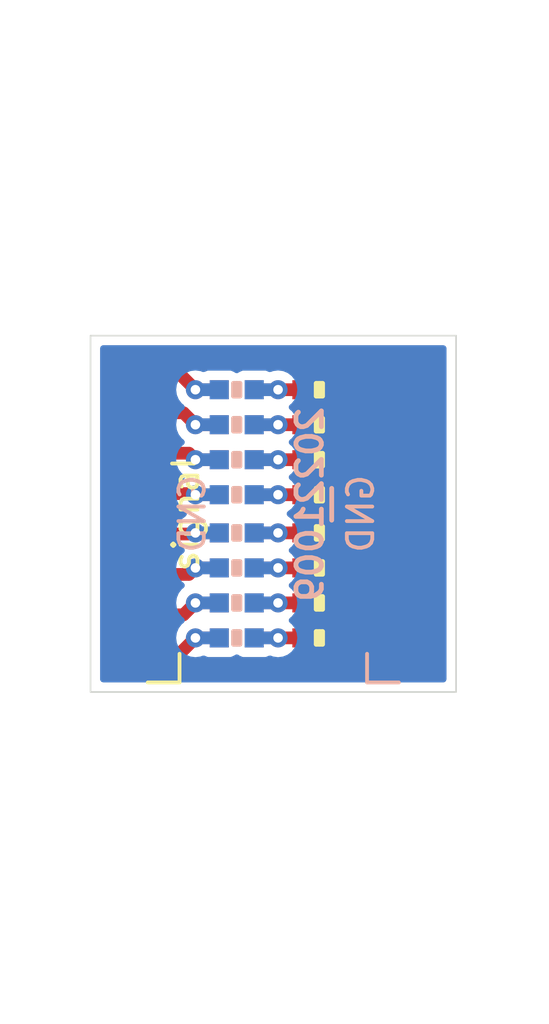
<source format=kicad_pcb>
(kicad_pcb (version 20211014) (generator pcbnew)
  (layers (0 "F.Cu" signal) (31 "B.Cu" signal) (34 "B.Paste" user) (35 "F.Paste" user) (36 "B.SilkS" user "B.Silkscreen") (37 "F.SilkS" user "F.Silkscreen") (38 "B.Mask" user) (39 "F.Mask" user) (44 "Edge.Cuts" user))
  (net 0 "")
  (net 1 "Net-(C1-Pad1)")
  (net 2 "Net-(C2-Pad2)")
  (net 3 "Net-(C3-Pad2)")
  (net 4 "Net-(C4-Pad2)")
  (net 5 "/GND")
  (net 6 "Net-(C4-Pad1)")
  (net 7 "Net-(J1-Pad2)")
  (net 8 "Net-(J1-Pad4)")
  (net 9 "Net-(J1-Pad6)")
  (net 10 "Net-(J1-Pad8)")
  (net 11 "Net-(C1-Pad2)")
  (net 12 "Net-(C5-Pad2)")
  (net 13 "Net-(C2-Pad1)")
  (net 14 "Net-(C6-Pad2)")
  (net 15 "Net-(C3-Pad1)")
  (net 16 "Net-(C7-Pad2)")
  (net 17 "Net-(C5-Pad1)")
  (net 18 "Net-(C8-Pad2)")
  (net 19 "Net-(J1-Pad16)")
  (net 20 "Net-(J1-Pad14)")
  (net 21 "Net-(J1-Pad12)")
  (net 22 "Net-(J1-Pad10)")
  (net 23 "Net-(C6-Pad1)")
  (net 24 "Net-(C7-Pad1)")
  (net 25 "Net-(C8-Pad1)")
  (footprint "SquantorRcl:C_0402" (layer "F.Cu") (at 157.4 70.8)
    (fp_text reference "C5")
    (fp_text value "100p")
    (fp_line (start 0 -0.2) (end 0 0.2) (layer "F.SilkS") (width 0.15))
    (pad "1" smd rect (at -0.55 0) (size 0.6 0.6) (layers "F.Cu" "F.Paste" "F.Mask") (net 17 "Net-(C5-Pad1)"))
    (pad "2" smd rect (at 0.55 0) (size 0.6 0.6) (layers "F.Cu" "F.Paste" "F.Mask") (net 12 "Net-(C5-Pad2)"))
  )
  (footprint "SquantorRcl:C_0402" (layer "F.Cu") (at 157.4 76.4)
    (fp_text reference "C2")
    (fp_text value "100p")
    (fp_line (start 0 -0.2) (end 0 0.2) (layer "F.SilkS") (width 0.15))
    (pad "1" smd rect (at -0.55 0) (size 0.6 0.6) (layers "F.Cu" "F.Paste" "F.Mask") (net 13 "Net-(C2-Pad1)"))
    (pad "2" smd rect (at 0.55 0) (size 0.6 0.6) (layers "F.Cu" "F.Paste" "F.Mask") (net 2 "Net-(C2-Pad2)"))
  )
  (footprint "SquantorRcl:R_0402_hand" (layer "F.Cu") (at 160 70.8)
    (fp_text reference "R13")
    (fp_text value "470")
    (fp_line (start -0.1 0.2) (end -0.1 -0.2) (layer "F.SilkS") (width 0.15))
    (fp_line (start 0 -0.2) (end 0 0.2) (layer "F.SilkS") (width 0.15))
    (fp_line (start -0.1 -0.2) (end 0.1 -0.2) (layer "F.SilkS") (width 0.15))
    (fp_line (start 0.1 -0.2) (end 0.1 0.2) (layer "F.SilkS") (width 0.15))
    (fp_line (start 0.1 0.2) (end -0.1 0.2) (layer "F.SilkS") (width 0.15))
    (pad "1" smd rect (at -0.55 0) (size 0.6 0.6) (layers "F.Cu" "F.Paste" "F.Mask") (net 12 "Net-(C5-Pad2)"))
    (pad "2" smd rect (at 0.55 0) (size 0.6 0.6) (layers "F.Cu" "F.Paste" "F.Mask") (net 19 "Net-(J1-Pad16)"))
  )
  (footprint "SquantorConnectors:Header-0127-2X08-EDGE" (layer "F.Cu") (at 161.8 74.7 90)
    (fp_text reference "J1")
    (fp_text value "Conn_02x04_Odd_Even")
    (fp_line (start -5.3 -0.3) (end -5.3 0.7) (layer "B.SilkS") (width 0.12))
    (fp_line (start -4.4 -0.3) (end -5.3 -0.3) (layer "B.SilkS") (width 0.12))
    (pad "1" smd roundrect (at -4.445 1.1 90) (size 0.8 2) (layers "B.Cu" "B.Paste" "B.Mask") (net 5 "/GND"))
    (pad "2" smd rect (at -4.445 1.1 90) (size 0.8 2) (layers "F.Cu" "F.Paste" "F.Mask") (net 7 "Net-(J1-Pad2)"))
    (pad "3" smd rect (at -3.175 1.1 90) (size 0.8 2) (layers "B.Cu" "B.Paste" "B.Mask") (net 5 "/GND"))
    (pad "4" smd rect (at -3.175 1.1 90) (size 0.8 2) (layers "F.Cu" "F.Paste" "F.Mask") (net 8 "Net-(J1-Pad4)"))
    (pad "5" smd rect (at -1.905 1.1 90) (size 0.8 2) (layers "B.Cu" "B.Paste" "B.Mask") (net 5 "/GND"))
    (pad "6" smd rect (at -1.905 1.1 90) (size 0.8 2) (layers "F.Cu" "F.Paste" "F.Mask") (net 9 "Net-(J1-Pad6)"))
    (pad "7" smd rect (at -0.635 1.1 90) (size 0.8 2) (layers "B.Cu" "B.Paste" "B.Mask") (net 5 "/GND"))
    (pad "8" smd rect (at -0.635 1.1 90) (size 0.8 2) (layers "F.Cu" "F.Paste" "F.Mask") (net 10 "Net-(J1-Pad8)"))
    (pad "9" smd rect (at 0.635 1.1 90) (size 0.8 2) (layers "B.Cu" "B.Paste" "B.Mask") (net 5 "/GND"))
    (pad "10" smd rect (at 0.635 1.1 90) (size 0.8 2) (layers "F.Cu" "F.Paste" "F.Mask") (net 22 "Net-(J1-Pad10)"))
    (pad "11" smd rect (at 1.905 1.1 90) (size 0.8 2) (layers "B.Cu" "B.Paste" "B.Mask") (net 5 "/GND"))
    (pad "12" smd rect (at 1.905 1.1 90) (size 0.8 2) (layers "F.Cu" "F.Paste" "F.Mask") (net 21 "Net-(J1-Pad12)"))
    (pad "13" smd rect (at 3.175 1.1 90) (size 0.8 2) (layers "B.Cu" "B.Paste" "B.Mask") (net 5 "/GND"))
    (pad "14" smd rect (at 3.175 1.1 90) (size 0.8 2) (layers "F.Cu" "F.Paste" "F.Mask") (net 20 "Net-(J1-Pad14)"))
    (pad "15" smd rect (at 4.445 1.1 90) (size 0.8 2) (layers "B.Cu" "B.Paste" "B.Mask") (net 5 "/GND"))
    (pad "16" smd rect (at 4.445 1.1 90) (size 0.8 2) (layers "F.Cu" "F.Paste" "F.Mask") (net 19 "Net-(J1-Pad16)"))
  )
  (footprint "SquantorRcl:C_0402" (layer "F.Cu") (at 157.4 77.5)
    (fp_text reference "C3")
    (fp_text value "100p")
    (fp_line (start 0 -0.2) (end 0 0.2) (layer "F.SilkS") (width 0.15))
    (pad "1" smd rect (at -0.55 0) (size 0.6 0.6) (layers "F.Cu" "F.Paste" "F.Mask") (net 15 "Net-(C3-Pad1)"))
    (pad "2" smd rect (at 0.55 0) (size 0.6 0.6) (layers "F.Cu" "F.Paste" "F.Mask") (net 3 "Net-(C3-Pad2)"))
  )
  (footprint "SquantorRcl:R_0402_hand" (layer "F.Cu") (at 160 74.1)
    (fp_text reference "R16")
    (fp_text value "470")
    (fp_line (start -0.1 -0.2) (end 0.1 -0.2) (layer "F.SilkS") (width 0.15))
    (fp_line (start -0.1 0.2) (end -0.1 -0.2) (layer "F.SilkS") (width 0.15))
    (fp_line (start 0 -0.2) (end 0 0.2) (layer "F.SilkS") (width 0.15))
    (fp_line (start 0.1 0.2) (end -0.1 0.2) (layer "F.SilkS") (width 0.15))
    (fp_line (start 0.1 -0.2) (end 0.1 0.2) (layer "F.SilkS") (width 0.15))
    (pad "1" smd rect (at -0.55 0) (size 0.6 0.6) (layers "F.Cu" "F.Paste" "F.Mask") (net 18 "Net-(C8-Pad2)"))
    (pad "2" smd rect (at 0.55 0) (size 0.6 0.6) (layers "F.Cu" "F.Paste" "F.Mask") (net 22 "Net-(J1-Pad10)"))
  )
  (footprint "SquantorRcl:R_0402_hand" (layer "F.Cu") (at 160 77.5)
    (fp_text reference "R7")
    (fp_text value "470")
    (fp_line (start 0 -0.2) (end 0 0.2) (layer "F.SilkS") (width 0.15))
    (fp_line (start 0.1 -0.2) (end 0.1 0.2) (layer "F.SilkS") (width 0.15))
    (fp_line (start -0.1 -0.2) (end 0.1 -0.2) (layer "F.SilkS") (width 0.15))
    (fp_line (start 0.1 0.2) (end -0.1 0.2) (layer "F.SilkS") (width 0.15))
    (fp_line (start -0.1 0.2) (end -0.1 -0.2) (layer "F.SilkS") (width 0.15))
    (pad "1" smd rect (at -0.55 0) (size 0.6 0.6) (layers "F.Cu" "F.Paste" "F.Mask") (net 3 "Net-(C3-Pad2)"))
    (pad "2" smd rect (at 0.55 0) (size 0.6 0.6) (layers "F.Cu" "F.Paste" "F.Mask") (net 8 "Net-(J1-Pad4)"))
  )
  (footprint "SquantorRcl:C_0402" (layer "F.Cu") (at 157.4 75.3)
    (fp_text reference "C1")
    (fp_text value "100p")
    (fp_line (start 0 -0.2) (end 0 0.2) (layer "F.SilkS") (width 0.15))
    (pad "1" smd rect (at -0.55 0) (size 0.6 0.6) (layers "F.Cu" "F.Paste" "F.Mask") (net 1 "Net-(C1-Pad1)"))
    (pad "2" smd rect (at 0.55 0) (size 0.6 0.6) (layers "F.Cu" "F.Paste" "F.Mask") (net 11 "Net-(C1-Pad2)"))
  )
  (footprint "SquantorRcl:R_0402_hand" (layer "F.Cu") (at 160 75.3)
    (fp_text reference "R5")
    (fp_text value "470")
    (fp_line (start 0.1 0.2) (end -0.1 0.2) (layer "F.SilkS") (width 0.15))
    (fp_line (start -0.1 0.2) (end -0.1 -0.2) (layer "F.SilkS") (width 0.15))
    (fp_line (start 0.1 -0.2) (end 0.1 0.2) (layer "F.SilkS") (width 0.15))
    (fp_line (start 0 -0.2) (end 0 0.2) (layer "F.SilkS") (width 0.15))
    (fp_line (start -0.1 -0.2) (end 0.1 -0.2) (layer "F.SilkS") (width 0.15))
    (pad "1" smd rect (at -0.55 0) (size 0.6 0.6) (layers "F.Cu" "F.Paste" "F.Mask") (net 11 "Net-(C1-Pad2)"))
    (pad "2" smd rect (at 0.55 0) (size 0.6 0.6) (layers "F.Cu" "F.Paste" "F.Mask") (net 10 "Net-(J1-Pad8)"))
  )
  (footprint "SquantorRcl:C_0402" (layer "F.Cu") (at 157.4 73)
    (fp_text reference "C7")
    (fp_text value "100p")
    (fp_line (start 0 -0.2) (end 0 0.2) (layer "F.SilkS") (width 0.15))
    (pad "1" smd rect (at -0.55 0) (size 0.6 0.6) (layers "F.Cu" "F.Paste" "F.Mask") (net 24 "Net-(C7-Pad1)"))
    (pad "2" smd rect (at 0.55 0) (size 0.6 0.6) (layers "F.Cu" "F.Paste" "F.Mask") (net 16 "Net-(C7-Pad2)"))
  )
  (footprint "SquantorRcl:R_0402_hand" (layer "F.Cu") (at 160 76.4)
    (fp_text reference "R6")
    (fp_text value "470")
    (fp_line (start 0.1 0.2) (end -0.1 0.2) (layer "F.SilkS") (width 0.15))
    (fp_line (start -0.1 -0.2) (end 0.1 -0.2) (layer "F.SilkS") (width 0.15))
    (fp_line (start 0.1 -0.2) (end 0.1 0.2) (layer "F.SilkS") (width 0.15))
    (fp_line (start 0 -0.2) (end 0 0.2) (layer "F.SilkS") (width 0.15))
    (fp_line (start -0.1 0.2) (end -0.1 -0.2) (layer "F.SilkS") (width 0.15))
    (pad "1" smd rect (at -0.55 0) (size 0.6 0.6) (layers "F.Cu" "F.Paste" "F.Mask") (net 2 "Net-(C2-Pad2)"))
    (pad "2" smd rect (at 0.55 0) (size 0.6 0.6) (layers "F.Cu" "F.Paste" "F.Mask") (net 9 "Net-(J1-Pad6)"))
  )
  (footprint "SquantorRcl:C_0402" (layer "F.Cu") (at 157.4 78.6)
    (fp_text reference "C4")
    (fp_text value "100p")
    (fp_line (start 0 -0.2) (end 0 0.2) (layer "F.SilkS") (width 0.15))
    (pad "1" smd rect (at -0.55 0) (size 0.6 0.6) (layers "F.Cu" "F.Paste" "F.Mask") (net 6 "Net-(C4-Pad1)"))
    (pad "2" smd rect (at 0.55 0) (size 0.6 0.6) (layers "F.Cu" "F.Paste" "F.Mask") (net 4 "Net-(C4-Pad2)"))
  )
  (footprint "SquantorRcl:C_0402" (layer "F.Cu") (at 157.4 71.9)
    (fp_text reference "C6")
    (fp_text value "100p")
    (fp_line (start 0 -0.2) (end 0 0.2) (layer "F.SilkS") (width 0.15))
    (pad "1" smd rect (at -0.55 0) (size 0.6 0.6) (layers "F.Cu" "F.Paste" "F.Mask") (net 23 "Net-(C6-Pad1)"))
    (pad "2" smd rect (at 0.55 0) (size 0.6 0.6) (layers "F.Cu" "F.Paste" "F.Mask") (net 14 "Net-(C6-Pad2)"))
  )
  (footprint "SquantorRcl:C_0402" (layer "F.Cu") (at 157.4 74.1)
    (fp_text reference "C8")
    (fp_text value "100p")
    (fp_line (start 0 -0.2) (end 0 0.2) (layer "F.SilkS") (width 0.15))
    (pad "1" smd rect (at -0.55 0) (size 0.6 0.6) (layers "F.Cu" "F.Paste" "F.Mask") (net 25 "Net-(C8-Pad1)"))
    (pad "2" smd rect (at 0.55 0) (size 0.6 0.6) (layers "F.Cu" "F.Paste" "F.Mask") (net 18 "Net-(C8-Pad2)"))
  )
  (footprint "SquantorRcl:R_0402_hand" (layer "F.Cu") (at 160 71.9)
    (fp_text reference "R14")
    (fp_text value "470")
    (fp_line (start 0 -0.2) (end 0 0.2) (layer "F.SilkS") (width 0.15))
    (fp_line (start -0.1 -0.2) (end 0.1 -0.2) (layer "F.SilkS") (width 0.15))
    (fp_line (start 0.1 -0.2) (end 0.1 0.2) (layer "F.SilkS") (width 0.15))
    (fp_line (start -0.1 0.2) (end -0.1 -0.2) (layer "F.SilkS") (width 0.15))
    (fp_line (start 0.1 0.2) (end -0.1 0.2) (layer "F.SilkS") (width 0.15))
    (pad "1" smd rect (at -0.55 0) (size 0.6 0.6) (layers "F.Cu" "F.Paste" "F.Mask") (net 14 "Net-(C6-Pad2)"))
    (pad "2" smd rect (at 0.55 0) (size 0.6 0.6) (layers "F.Cu" "F.Paste" "F.Mask") (net 20 "Net-(J1-Pad14)"))
  )
  (footprint "SquantorRcl:R_0402_hand" (layer "F.Cu") (at 160 78.6)
    (fp_text reference "R8")
    (fp_text value "470")
    (fp_line (start 0 -0.2) (end 0 0.2) (layer "F.SilkS") (width 0.15))
    (fp_line (start -0.1 -0.2) (end 0.1 -0.2) (layer "F.SilkS") (width 0.15))
    (fp_line (start 0.1 -0.2) (end 0.1 0.2) (layer "F.SilkS") (width 0.15))
    (fp_line (start 0.1 0.2) (end -0.1 0.2) (layer "F.SilkS") (width 0.15))
    (fp_line (start -0.1 0.2) (end -0.1 -0.2) (layer "F.SilkS") (width 0.15))
    (pad "1" smd rect (at -0.55 0) (size 0.6 0.6) (layers "F.Cu" "F.Paste" "F.Mask") (net 4 "Net-(C4-Pad2)"))
    (pad "2" smd rect (at 0.55 0) (size 0.6 0.6) (layers "F.Cu" "F.Paste" "F.Mask") (net 7 "Net-(J1-Pad2)"))
  )
  (footprint "SquantorRcl:R_0402_hand" (layer "F.Cu") (at 160 73)
    (fp_text reference "R15")
    (fp_text value "470")
    (fp_line (start 0.1 0.2) (end -0.1 0.2) (layer "F.SilkS") (width 0.15))
    (fp_line (start 0.1 -0.2) (end 0.1 0.2) (layer "F.SilkS") (width 0.15))
    (fp_line (start 0 -0.2) (end 0 0.2) (layer "F.SilkS") (width 0.15))
    (fp_line (start -0.1 0.2) (end -0.1 -0.2) (layer "F.SilkS") (width 0.15))
    (fp_line (start -0.1 -0.2) (end 0.1 -0.2) (layer "F.SilkS") (width 0.15))
    (pad "1" smd rect (at -0.55 0) (size 0.6 0.6) (layers "F.Cu" "F.Paste" "F.Mask") (net 16 "Net-(C7-Pad2)"))
    (pad "2" smd rect (at 0.55 0) (size 0.6 0.6) (layers "F.Cu" "F.Paste" "F.Mask") (net 21 "Net-(J1-Pad12)"))
  )
  (footprint "SquantorLabels:Label_Generic" (layer "B.Cu") (at 159.7875 74.4 -90)
    (fp_text reference "N1" hide)
    (fp_text value "20221009" (at 0 0.0875 90) (layer "B.SilkS") (effects (font (size 0.8 0.8)) (justify mirror)))
    (fp_line (start -0.5 -0.6) (end 0.5 -0.6) (layer "B.SilkS") (width 0.15))
  )
  (footprint "SquantorRcl:R_0402_hand" (layer "B.Cu") (at 157.4 73)
    (fp_text reference "R11")
    (fp_text value "100K")
    (fp_line (start 0.1 0.2) (end 0.1 -0.2) (layer "B.SilkS") (width 0.15))
    (fp_line (start -0.1 0.2) (end 0.1 0.2) (layer "B.SilkS") (width 0.15))
    (fp_line (start 0.1 -0.2) (end -0.1 -0.2) (layer "B.SilkS") (width 0.15))
    (fp_line (start 0 0.2) (end 0 -0.2) (layer "B.SilkS") (width 0.15))
    (fp_line (start -0.1 -0.2) (end -0.1 0.2) (layer "B.SilkS") (width 0.15))
    (pad "1" smd rect (at -0.55 0) (size 0.6 0.6) (layers "B.Cu" "B.Paste" "B.Mask") (net 24 "Net-(C7-Pad1)"))
    (pad "2" smd rect (at 0.55 0) (size 0.6 0.6) (layers "B.Cu" "B.Paste" "B.Mask") (net 16 "Net-(C7-Pad2)"))
  )
  (footprint "SquantorConnectors:Header-0127-2X08-EDGE" (layer "B.Cu") (at 155.3 74.7 90)
    (fp_text reference "J2")
    (fp_text value "Conn_02x04_Odd_Even")
    (fp_line (start -4.4 0.3) (end -5.3 0.3) (layer "F.SilkS") (width 0.12))
    (fp_line (start -5.3 0.3) (end -5.3 -0.7) (layer "F.SilkS") (width 0.12))
    (pad "1" smd roundrect (at -4.445 -1.1 90) (size 0.8 2) (layers "F.Cu" "F.Paste" "F.Mask") (net 6 "Net-(C4-Pad1)"))
    (pad "2" smd rect (at -4.445 -1.1 90) (size 0.8 2) (layers "B.Cu" "B.Paste" "B.Mask") (net 5 "/GND"))
    (pad "3" smd rect (at -3.175 -1.1 90) (size 0.8 2) (layers "F.Cu" "F.Paste" "F.Mask") (net 15 "Net-(C3-Pad1)"))
    (pad "4" smd rect (at -3.175 -1.1 90) (size 0.8 2) (layers "B.Cu" "B.Paste" "B.Mask") (net 5 "/GND"))
    (pad "5" smd rect (at -1.905 -1.1 90) (size 0.8 2) (layers "F.Cu" "F.Paste" "F.Mask") (net 13 "Net-(C2-Pad1)"))
    (pad "6" smd rect (at -1.905 -1.1 90) (size 0.8 2) (layers "B.Cu" "B.Paste" "B.Mask") (net 5 "/GND"))
    (pad "7" smd rect (at -0.635 -1.1 90) (size 0.8 2) (layers "F.Cu" "F.Paste" "F.Mask") (net 1 "Net-(C1-Pad1)"))
    (pad "8" smd rect (at -0.635 -1.1 90) (size 0.8 2) (layers "B.Cu" "B.Paste" "B.Mask") (net 5 "/GND"))
    (pad "9" smd rect (at 0.635 -1.1 90) (size 0.8 2) (layers "F.Cu" "F.Paste" "F.Mask") (net 25 "Net-(C8-Pad1)"))
    (pad "10" smd rect (at 0.635 -1.1 90) (size 0.8 2) (layers "B.Cu" "B.Paste" "B.Mask") (net 5 "/GND"))
    (pad "11" smd rect (at 1.905 -1.1 90) (size 0.8 2) (layers "F.Cu" "F.Paste" "F.Mask") (net 24 "Net-(C7-Pad1)"))
    (pad "12" smd rect (at 1.905 -1.1 90) (size 0.8 2) (layers "B.Cu" "B.Paste" "B.Mask") (net 5 "/GND"))
    (pad "13" smd rect (at 3.175 -1.1 90) (size 0.8 2) (layers "F.Cu" "F.Paste" "F.Mask") (net 23 "Net-(C6-Pad1)"))
    (pad "14" smd rect (at 3.175 -1.1 90) (size 0.8 2) (layers "B.Cu" "B.Paste" "B.Mask") (net 5 "/GND"))
    (pad "15" smd rect (at 4.445 -1.1 90) (size 0.8 2) (layers "F.Cu" "F.Paste" "F.Mask") (net 17 "Net-(C5-Pad1)"))
    (pad "16" smd rect (at 4.445 -1.1 90) (size 0.8 2) (layers "B.Cu" "B.Paste" "B.Mask") (net 5 "/GND"))
  )
  (footprint "SquantorRcl:R_0402_hand" (layer "B.Cu") (at 157.4 75.3)
    (fp_text reference "R1")
    (fp_text value "100K")
    (fp_line (start -0.1 0.2) (end 0.1 0.2) (layer "B.SilkS") (width 0.15))
    (fp_line (start 0.1 0.2) (end 0.1 -0.2) (layer "B.SilkS") (width 0.15))
    (fp_line (start 0.1 -0.2) (end -0.1 -0.2) (layer "B.SilkS") (width 0.15))
    (fp_line (start -0.1 -0.2) (end -0.1 0.2) (layer "B.SilkS") (width 0.15))
    (fp_line (start 0 0.2) (end 0 -0.2) (layer "B.SilkS") (width 0.15))
    (pad "1" smd rect (at -0.55 0) (size 0.6 0.6) (layers "B.Cu" "B.Paste" "B.Mask") (net 1 "Net-(C1-Pad1)"))
    (pad "2" smd rect (at 0.55 0) (size 0.6 0.6) (layers "B.Cu" "B.Paste" "B.Mask") (net 11 "Net-(C1-Pad2)"))
  )
  (footprint "SquantorRcl:R_0402_hand" (layer "B.Cu") (at 157.4 70.8)
    (fp_text reference "R9")
    (fp_text value "100K")
    (fp_line (start 0 0.2) (end 0 -0.2) (layer "B.SilkS") (width 0.15))
    (fp_line (start -0.1 0.2) (end 0.1 0.2) (layer "B.SilkS") (width 0.15))
    (fp_line (start 0.1 0.2) (end 0.1 -0.2) (layer "B.SilkS") (width 0.15))
    (fp_line (start -0.1 -0.2) (end -0.1 0.2) (layer "B.SilkS") (width 0.15))
    (fp_line (start 0.1 -0.2) (end -0.1 -0.2) (layer "B.SilkS") (width 0.15))
    (pad "1" smd rect (at -0.55 0) (size 0.6 0.6) (layers "B.Cu" "B.Paste" "B.Mask") (net 17 "Net-(C5-Pad1)"))
    (pad "2" smd rect (at 0.55 0) (size 0.6 0.6) (layers "B.Cu" "B.Paste" "B.Mask") (net 12 "Net-(C5-Pad2)"))
  )
  (footprint "SquantorRcl:R_0402_hand" (layer "B.Cu") (at 157.4 74.1)
    (fp_text reference "R12")
    (fp_text value "100K")
    (fp_line (start 0.1 0.2) (end 0.1 -0.2) (layer "B.SilkS") (width 0.15))
    (fp_line (start -0.1 -0.2) (end -0.1 0.2) (layer "B.SilkS") (width 0.15))
    (fp_line (start -0.1 0.2) (end 0.1 0.2) (layer "B.SilkS") (width 0.15))
    (fp_line (start 0 0.2) (end 0 -0.2) (layer "B.SilkS") (width 0.15))
    (fp_line (start 0.1 -0.2) (end -0.1 -0.2) (layer "B.SilkS") (width 0.15))
    (pad "1" smd rect (at -0.55 0) (size 0.6 0.6) (layers "B.Cu" "B.Paste" "B.Mask") (net 25 "Net-(C8-Pad1)"))
    (pad "2" smd rect (at 0.55 0) (size 0.6 0.6) (layers "B.Cu" "B.Paste" "B.Mask") (net 18 "Net-(C8-Pad2)"))
  )
  (footprint "SquantorRcl:R_0402_hand" (layer "B.Cu") (at 157.4 77.5)
    (fp_text reference "R3")
    (fp_text value "100K")
    (fp_line (start 0 0.2) (end 0 -0.2) (layer "B.SilkS") (width 0.15))
    (fp_line (start -0.1 -0.2) (end -0.1 0.2) (layer "B.SilkS") (width 0.15))
    (fp_line (start 0.1 0.2) (end 0.1 -0.2) (layer "B.SilkS") (width 0.15))
    (fp_line (start 0.1 -0.2) (end -0.1 -0.2) (layer "B.SilkS") (width 0.15))
    (fp_line (start -0.1 0.2) (end 0.1 0.2) (layer "B.SilkS") (width 0.15))
    (pad "1" smd rect (at -0.55 0) (size 0.6 0.6) (layers "B.Cu" "B.Paste" "B.Mask") (net 15 "Net-(C3-Pad1)"))
    (pad "2" smd rect (at 0.55 0) (size 0.6 0.6) (layers "B.Cu" "B.Paste" "B.Mask") (net 3 "Net-(C3-Pad2)"))
  )
  (footprint "SquantorRcl:R_0402_hand" (layer "B.Cu") (at 157.4 71.9)
    (fp_text reference "R10")
    (fp_text value "100K")
    (fp_line (start -0.1 0.2) (end 0.1 0.2) (layer "B.SilkS") (width 0.15))
    (fp_line (start 0 0.2) (end 0 -0.2) (layer "B.SilkS") (width 0.15))
    (fp_line (start 0.1 -0.2) (end -0.1 -0.2) (layer "B.SilkS") (width 0.15))
    (fp_line (start -0.1 -0.2) (end -0.1 0.2) (layer "B.SilkS") (width 0.15))
    (fp_line (start 0.1 0.2) (end 0.1 -0.2) (layer "B.SilkS") (width 0.15))
    (pad "1" smd rect (at -0.55 0) (size 0.6 0.6) (layers "B.Cu" "B.Paste" "B.Mask") (net 23 "Net-(C6-Pad1)"))
    (pad "2" smd rect (at 0.55 0) (size 0.6 0.6) (layers "B.Cu" "B.Paste" "B.Mask") (net 14 "Net-(C6-Pad2)"))
  )
  (footprint "SquantorRcl:R_0402_hand" (layer "B.Cu") (at 157.4 78.6)
    (fp_text reference "R4")
    (fp_text value "100K")
    (fp_line (start 0 0.2) (end 0 -0.2) (layer "B.SilkS") (width 0.15))
    (fp_line (start -0.1 -0.2) (end -0.1 0.2) (layer "B.SilkS") (width 0.15))
    (fp_line (start 0.1 -0.2) (end -0.1 -0.2) (layer "B.SilkS") (width 0.15))
    (fp_line (start 0.1 0.2) (end 0.1 -0.2) (layer "B.SilkS") (width 0.15))
    (fp_line (start -0.1 0.2) (end 0.1 0.2) (layer "B.SilkS") (width 0.15))
    (pad "1" smd rect (at -0.55 0) (size 0.6 0.6) (layers "B.Cu" "B.Paste" "B.Mask") (net 6 "Net-(C4-Pad1)"))
    (pad "2" smd rect (at 0.55 0) (size 0.6 0.6) (layers "B.Cu" "B.Paste" "B.Mask") (net 4 "Net-(C4-Pad2)"))
  )
  (footprint "SquantorRcl:R_0402_hand" (layer "B.Cu") (at 157.4 76.4)
    (fp_text reference "R2")
    (fp_text value "100K")
    (fp_line (start -0.1 -0.2) (end -0.1 0.2) (layer "B.SilkS") (width 0.15))
    (fp_line (start 0.1 -0.2) (end -0.1 -0.2) (layer "B.SilkS") (width 0.15))
    (fp_line (start 0 0.2) (end 0 -0.2) (layer "B.SilkS") (width 0.15))
    (fp_line (start -0.1 0.2) (end 0.1 0.2) (layer "B.SilkS") (width 0.15))
    (fp_line (start 0.1 0.2) (end 0.1 -0.2) (layer "B.SilkS") (width 0.15))
    (pad "1" smd rect (at -0.55 0) (size 0.6 0.6) (layers "B.Cu" "B.Paste" "B.Mask") (net 13 "Net-(C2-Pad1)"))
    (pad "2" smd rect (at 0.55 0) (size 0.6 0.6) (layers "B.Cu" "B.Paste" "B.Mask") (net 2 "Net-(C2-Pad2)"))
  )
  (gr_line (start 164.3 80.3) (end 164.3 69.1) (layer "Edge.Cuts") (width 0.05))
  (gr_line (start 152.8 80.3) (end 152.8 69.1) (layer "Edge.Cuts") (width 0.05))
  (gr_line (start 164.3 80.3) (end 152.8 80.3) (layer "Edge.Cuts") (width 0.05))
  (gr_line (start 152.8 69.1) (end 164.3 69.1) (layer "Edge.Cuts") (width 0.05))
  (gr_text "GND" (at 156 74.7 90) (layer "B.SilkS") (effects (font (size 0.8 0.8) (thickness 0.12)) (justify mirror)))
  (gr_text "GND" (at 161.3 74.7 90) (layer "B.SilkS") (effects (font (size 0.8 0.8) (thickness 0.12)) (justify mirror)))
  (gr_text "signal" (at 155.8 74.7 90) (layer "F.SilkS") (effects (font (size 0.8 0.8) (thickness 0.12))))
  (segment (start 156.85 75.3) (end 156.1 75.3) (width 0.4) (layer "F.Cu") (net 1))
  (segment (start 156.065 75.335) (end 154.2 75.335) (width 0.4) (layer "F.Cu") (net 1))
  (segment (start 156.1 75.3) (end 156.065 75.335) (width 0.4) (layer "F.Cu") (net 1))
  (via (at 156.1 75.3) (size 0.6) (drill 0.3) (layers "F.Cu" "B.Cu") (net 1))
  (segment (start 156.1 75.3) (end 156.85 75.3) (width 0.4) (layer "B.Cu") (net 1))
  (segment (start 159.45 76.4) (end 158.7 76.4) (width 0.4) (layer "F.Cu") (net 2))
  (segment (start 157.95 76.4) (end 158.7 76.4) (width 0.4) (layer "F.Cu") (net 2))
  (via (at 158.7 76.4) (size 0.6) (drill 0.3) (layers "F.Cu" "B.Cu") (net 2))
  (segment (start 158.7 76.4) (end 157.95 76.4) (width 0.4) (layer "B.Cu") (net 2))
  (segment (start 159.45 77.5) (end 158.7 77.5) (width 0.4) (layer "F.Cu") (net 3))
  (segment (start 157.95 77.5) (end 158.7 77.5) (width 0.4) (layer "F.Cu") (net 3))
  (via (at 158.7 77.5) (size 0.6) (drill 0.3) (layers "F.Cu" "B.Cu") (net 3))
  (segment (start 158.7 77.5) (end 157.95 77.5) (width 0.4) (layer "B.Cu") (net 3))
  (segment (start 159.45 78.6) (end 158.7 78.6) (width 0.4) (layer "F.Cu") (net 4))
  (segment (start 157.95 78.6) (end 158.7 78.6) (width 0.4) (layer "F.Cu") (net 4))
  (via (at 158.7 78.6) (size 0.6) (drill 0.3) (layers "F.Cu" "B.Cu") (net 4))
  (segment (start 158.7 78.6) (end 157.95 78.6) (width 0.4) (layer "B.Cu") (net 4))
  (segment (start 156.1 78.6) (end 156.85 78.6) (width 0.4) (layer "F.Cu") (net 6))
  (segment (start 155.555 79.145) (end 154.2 79.145) (width 0.4) (layer "F.Cu") (net 6))
  (segment (start 156.1 78.6) (end 155.555 79.145) (width 0.4) (layer "F.Cu") (net 6))
  (via (at 156.1 78.6) (size 0.6) (drill 0.3) (layers "F.Cu" "B.Cu") (net 6))
  (segment (start 156.85 78.6) (end 156.1 78.6) (width 0.4) (layer "B.Cu") (net 6))
  (segment (start 161.2 78.6) (end 161.4 78.8) (width 0.4) (layer "F.Cu") (net 7))
  (segment (start 161.545 79.145) (end 162.9 79.145) (width 0.4) (layer "F.Cu") (net 7))
  (segment (start 160.55 78.6) (end 161.2 78.6) (width 0.4) (layer "F.Cu") (net 7))
  (segment (start 161.4 78.8) (end 161.4 79) (width 0.4) (layer "F.Cu") (net 7))
  (segment (start 161.4 79) (end 161.545 79.145) (width 0.4) (layer "F.Cu") (net 7))
  (segment (start 161.575 77.875) (end 162.9 77.875) (width 0.4) (layer "F.Cu") (net 8))
  (segment (start 160.55 77.5) (end 161.2 77.5) (width 0.4) (layer "F.Cu") (net 8))
  (segment (start 161.2 77.5) (end 161.575 77.875) (width 0.4) (layer "F.Cu") (net 8))
  (segment (start 161.405 76.605) (end 162.9 76.605) (width 0.4) (layer "F.Cu") (net 9))
  (segment (start 161.2 76.4) (end 161.405 76.605) (width 0.4) (layer "F.Cu") (net 9))
  (segment (start 160.55 76.4) (end 161.2 76.4) (width 0.4) (layer "F.Cu") (net 9))
  (segment (start 161.2 75.3) (end 161.235 75.335) (width 0.4) (layer "F.Cu") (net 10))
  (segment (start 161.235 75.335) (end 162.9 75.335) (width 0.4) (layer "F.Cu") (net 10))
  (segment (start 160.55 75.3) (end 161.2 75.3) (width 0.4) (layer "F.Cu") (net 10))
  (segment (start 157.95 75.3) (end 158.7 75.3) (width 0.4) (layer "F.Cu") (net 11))
  (segment (start 159.45 75.3) (end 158.7 75.3) (width 0.4) (layer "F.Cu") (net 11))
  (via (at 158.7 75.3) (size 0.6) (drill 0.3) (layers "F.Cu" "B.Cu") (net 11))
  (segment (start 158.7 75.3) (end 157.95 75.3) (width 0.4) (layer "B.Cu") (net 11))
  (segment (start 157.95 70.8) (end 158.7 70.8) (width 0.4) (layer "F.Cu") (net 12))
  (segment (start 159.45 70.8) (end 158.7 70.8) (width 0.4) (layer "F.Cu") (net 12))
  (via (at 158.7 70.8) (size 0.6) (drill 0.3) (layers "F.Cu" "B.Cu") (net 12))
  (segment (start 158.7 70.8) (end 157.95 70.8) (width 0.4) (layer "B.Cu") (net 12))
  (segment (start 156.1 76.4) (end 155.895 76.605) (width 0.4) (layer "F.Cu") (net 13))
  (segment (start 155.895 76.605) (end 154.2 76.605) (width 0.4) (layer "F.Cu") (net 13))
  (segment (start 156.1 76.4) (end 156.85 76.4) (width 0.4) (layer "F.Cu") (net 13))
  (via (at 156.1 76.4) (size 0.6) (drill 0.3) (layers "F.Cu" "B.Cu") (net 13))
  (segment (start 156.85 76.4) (end 156.1 76.4) (width 0.4) (layer "B.Cu") (net 13))
  (segment (start 159.45 71.9) (end 158.7 71.9) (width 0.4) (layer "F.Cu") (net 14))
  (segment (start 157.95 71.9) (end 158.7 71.9) (width 0.4) (layer "F.Cu") (net 14))
  (via (at 158.7 71.9) (size 0.6) (drill 0.3) (layers "F.Cu" "B.Cu") (net 14))
  (segment (start 158.7 71.9) (end 157.95 71.9) (width 0.4) (layer "B.Cu") (net 14))
  (segment (start 156.1 77.5) (end 155.725 77.875) (width 0.4) (layer "F.Cu") (net 15))
  (segment (start 156.85 77.5) (end 156.1 77.5) (width 0.4) (layer "F.Cu") (net 15))
  (segment (start 155.725 77.875) (end 154.2 77.875) (width 0.4) (layer "F.Cu") (net 15))
  (via (at 156.1 77.5) (size 0.6) (drill 0.3) (layers "F.Cu" "B.Cu") (net 15))
  (segment (start 156.1 77.5) (end 156.85 77.5) (width 0.4) (layer "B.Cu") (net 15))
  (segment (start 159.45 73) (end 158.7 73) (width 0.4) (layer "F.Cu") (net 16))
  (segment (start 157.95 73) (end 158.7 73) (width 0.4) (layer "F.Cu") (net 16))
  (via (at 158.7 73) (size 0.6) (drill 0.3) (layers "F.Cu" "B.Cu") (net 16))
  (segment (start 158.7 73) (end 157.95 73) (width 0.4) (layer "B.Cu") (net 16))
  (segment (start 155.555 70.255) (end 154.2 70.255) (width 0.4) (layer "F.Cu") (net 17))
  (segment (start 156.1 70.8) (end 155.555 70.255) (width 0.4) (layer "F.Cu") (net 17))
  (segment (start 156.1 70.8) (end 156.85 70.8) (width 0.4) (layer "F.Cu") (net 17))
  (via (at 156.1 70.8) (size 0.6) (drill 0.3) (layers "F.Cu" "B.Cu") (net 17))
  (segment (start 156.85 70.8) (end 156.1 70.8) (width 0.4) (layer "B.Cu") (net 17))
  (segment (start 159.45 74.1) (end 158.7 74.1) (width 0.4) (layer "F.Cu") (net 18))
  (segment (start 157.95 74.1) (end 158.7 74.1) (width 0.4) (layer "F.Cu") (net 18))
  (via (at 158.7 74.1) (size 0.6) (drill 0.3) (layers "F.Cu" "B.Cu") (net 18))
  (segment (start 158.7 74.1) (end 157.95 74.1) (width 0.4) (layer "B.Cu") (net 18))
  (segment (start 160.55 70.8) (end 161.2 70.8) (width 0.4) (layer "F.Cu") (net 19))
  (segment (start 161.2 70.8) (end 161.3 70.7) (width 0.4) (layer "F.Cu") (net 19))
  (segment (start 161.3 70.4) (end 161.445 70.255) (width 0.4) (layer "F.Cu") (net 19))
  (segment (start 161.445 70.255) (end 162.9 70.255) (width 0.4) (layer "F.Cu") (net 19))
  (segment (start 161.3 70.7) (end 161.3 70.4) (width 0.4) (layer "F.Cu") (net 19))
  (segment (start 160.55 71.9) (end 161.2 71.9) (width 0.4) (layer "F.Cu") (net 20))
  (segment (start 161.575 71.525) (end 162.9 71.525) (width 0.4) (layer "F.Cu") (net 20))
  (segment (start 161.2 71.9) (end 161.575 71.525) (width 0.4) (layer "F.Cu") (net 20))
  (segment (start 161.405 72.795) (end 162.9 72.795) (width 0.4) (layer "F.Cu") (net 21))
  (segment (start 161.2 73) (end 161.405 72.795) (width 0.4) (layer "F.Cu") (net 21))
  (segment (start 160.55 73) (end 161.2 73) (width 0.4) (layer "F.Cu") (net 21))
  (segment (start 161.3 74.065) (end 162.9 74.065) (width 0.4) (layer "F.Cu") (net 22))
  (segment (start 160.55 74.1) (end 161.265 74.1) (width 0.4) (layer "F.Cu") (net 22))
  (segment (start 161.265 74.1) (end 161.3 74.065) (width 0.4) (layer "F.Cu") (net 22))
  (segment (start 156.1 71.9) (end 155.725 71.525) (width 0.4) (layer "F.Cu") (net 23))
  (segment (start 156.85 71.9) (end 156.1 71.9) (width 0.4) (layer "F.Cu") (net 23))
  (segment (start 155.725 71.525) (end 154.2 71.525) (width 0.4) (layer "F.Cu") (net 23))
  (via (at 156.1 71.9) (size 0.6) (drill 0.3) (layers "F.Cu" "B.Cu") (net 23))
  (segment (start 156.1 71.9) (end 156.85 71.9) (width 0.4) (layer "B.Cu") (net 23))
  (segment (start 155.895 72.795) (end 154.2 72.795) (width 0.4) (layer "F.Cu") (net 24))
  (segment (start 156.1 73) (end 155.895 72.795) (width 0.4) (layer "F.Cu") (net 24))
  (segment (start 156.1 73) (end 156.85 73) (width 0.4) (layer "F.Cu") (net 24))
  (via (at 156.1 73) (size 0.6) (drill 0.3) (layers "F.Cu" "B.Cu") (net 24))
  (segment (start 156.85 73) (end 156.1 73) (width 0.4) (layer "B.Cu") (net 24))
  (segment (start 156.065 74.065) (end 154.2 74.065) (width 0.4) (layer "F.Cu") (net 25))
  (segment (start 156.85 74.1) (end 156.1 74.1) (width 0.4) (layer "F.Cu") (net 25))
  (segment (start 156.1 74.1) (end 156.065 74.065) (width 0.4) (layer "F.Cu") (net 25))
  (via (at 156.1 74.1) (size 0.6) (drill 0.3) (layers "F.Cu" "B.Cu") (net 25))
  (segment (start 156.1 74.1) (end 156.85 74.1) (width 0.4) (layer "B.Cu") (net 25))
  (zone (net 5) (net_name "/GND") (layer "B.Cu") (connect_pads (clearance 0.3)) (min_thickness 0.2) (fill yes (thermal_gap 0.2) (thermal_bridge_width 0.4))
    (polygon (pts (xy 164.3 80.3) (xy 152.8 80.3) (xy 152.8 69.1) (xy 164.3 69.1)))
  )
)
</source>
